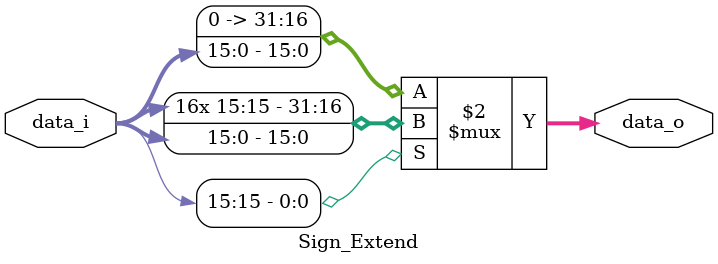
<source format=v>
module Sign_Extend (
    data_i,
    data_o
);

  //I/O ports
  input [16-1:0] data_i;

  output [32-1:0] data_o;

  //Internal Signals
  wire [32-1:0] data_o;

  //Sign extended
  /*your code here*/
  assign data_o = (data_i[15] == 1'b1) ? {{16{data_i[15]}}, data_i} : {16'b0, data_i};
  
endmodule

</source>
